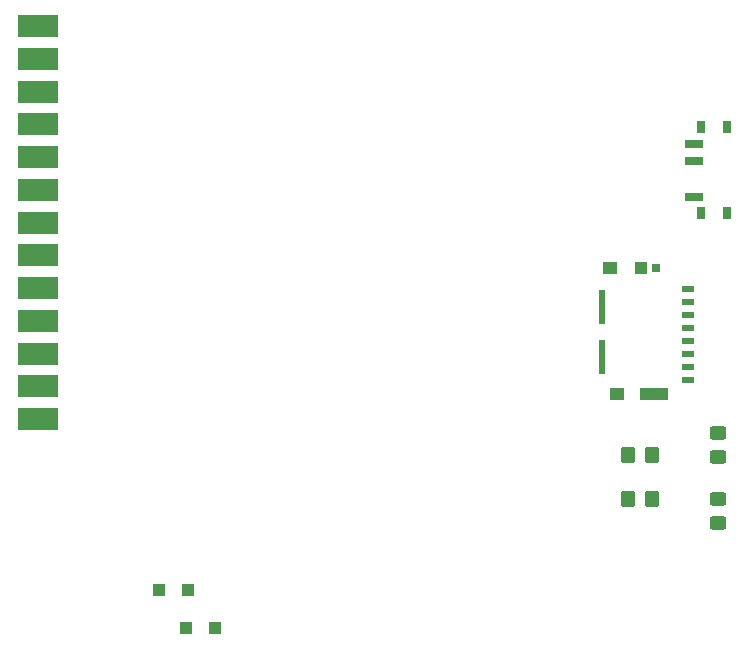
<source format=gtp>
%TF.GenerationSoftware,KiCad,Pcbnew,(6.0.4-0)*%
%TF.CreationDate,2022-04-27T14:28:45-07:00*%
%TF.ProjectId,bluescsi_iigs_internal,626c7565-7363-4736-995f-696967735f69,rev?*%
%TF.SameCoordinates,Original*%
%TF.FileFunction,Paste,Top*%
%TF.FilePolarity,Positive*%
%FSLAX46Y46*%
G04 Gerber Fmt 4.6, Leading zero omitted, Abs format (unit mm)*
G04 Created by KiCad (PCBNEW (6.0.4-0)) date 2022-04-27 14:28:45*
%MOMM*%
%LPD*%
G01*
G04 APERTURE LIST*
G04 Aperture macros list*
%AMRoundRect*
0 Rectangle with rounded corners*
0 $1 Rounding radius*
0 $2 $3 $4 $5 $6 $7 $8 $9 X,Y pos of 4 corners*
0 Add a 4 corners polygon primitive as box body*
4,1,4,$2,$3,$4,$5,$6,$7,$8,$9,$2,$3,0*
0 Add four circle primitives for the rounded corners*
1,1,$1+$1,$2,$3*
1,1,$1+$1,$4,$5*
1,1,$1+$1,$6,$7*
1,1,$1+$1,$8,$9*
0 Add four rect primitives between the rounded corners*
20,1,$1+$1,$2,$3,$4,$5,0*
20,1,$1+$1,$4,$5,$6,$7,0*
20,1,$1+$1,$6,$7,$8,$9,0*
20,1,$1+$1,$8,$9,$2,$3,0*%
G04 Aperture macros list end*
%ADD10R,3.480000X1.846667*%
%ADD11R,1.000000X0.500000*%
%ADD12R,0.780000X0.720000*%
%ADD13R,1.080000X1.050000*%
%ADD14R,1.200000X1.050000*%
%ADD15R,2.390000X1.050000*%
%ADD16R,0.550000X2.910000*%
%ADD17R,1.000000X1.000000*%
%ADD18R,1.500000X0.700000*%
%ADD19R,0.800000X1.000000*%
%ADD20RoundRect,0.249999X0.450001X-0.325001X0.450001X0.325001X-0.450001X0.325001X-0.450001X-0.325001X0*%
%ADD21RoundRect,0.249999X-0.450001X0.325001X-0.450001X-0.325001X0.450001X-0.325001X0.450001X0.325001X0*%
%ADD22RoundRect,0.249999X0.350001X0.450001X-0.350001X0.450001X-0.350001X-0.450001X0.350001X-0.450001X0*%
%ADD23RoundRect,0.249999X-0.350001X-0.450001X0.350001X-0.450001X0.350001X0.450001X-0.350001X0.450001X0*%
G04 APERTURE END LIST*
D10*
%TO.C,J6*%
X127000000Y-49420000D03*
X127000000Y-52190000D03*
X127000000Y-54960000D03*
X127000000Y-57730000D03*
X127000000Y-60500000D03*
X127000000Y-63270000D03*
X127000000Y-66040000D03*
X127000000Y-68810000D03*
X127000000Y-71580000D03*
X127000000Y-74350000D03*
X127000000Y-77120000D03*
X127000000Y-79890000D03*
X127000000Y-82660000D03*
%TD*%
D11*
%TO.C,J3*%
X181965000Y-71634000D03*
X181965000Y-72734000D03*
X181965000Y-73834000D03*
X181965000Y-74934000D03*
X181965000Y-76034000D03*
X181965000Y-77134000D03*
X181965000Y-78234000D03*
X181965000Y-79334000D03*
D12*
X179285000Y-69874000D03*
D13*
X178015000Y-69859000D03*
D14*
X175405000Y-69859000D03*
X175975000Y-80509000D03*
D15*
X179160000Y-80509000D03*
D16*
X174730000Y-73198000D03*
X174730000Y-77388000D03*
%TD*%
D17*
%TO.C,D4*%
X137180000Y-97155000D03*
X139680000Y-97155000D03*
%TD*%
%TO.C,D3*%
X139466000Y-100330000D03*
X141966000Y-100330000D03*
%TD*%
D18*
%TO.C,SW1*%
X182466000Y-63845000D03*
X182466000Y-60845000D03*
X182466000Y-59345000D03*
D19*
X185326000Y-65245000D03*
X185326000Y-57945000D03*
X183116000Y-57945000D03*
X183116000Y-65245000D03*
%TD*%
D20*
%TO.C,D2*%
X184531000Y-89399000D03*
X184531000Y-91449000D03*
%TD*%
D21*
%TO.C,D1*%
X184531000Y-85861000D03*
X184531000Y-83811000D03*
%TD*%
D22*
%TO.C,R2*%
X176927000Y-89408000D03*
X178927000Y-89408000D03*
%TD*%
D23*
%TO.C,R1*%
X178927000Y-85725000D03*
X176927000Y-85725000D03*
%TD*%
M02*

</source>
